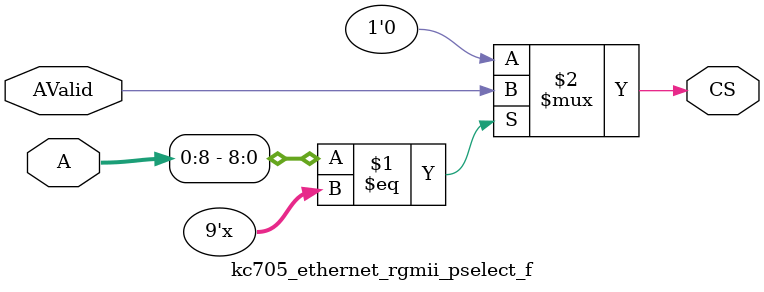
<source format=v>
`timescale 1 ps/1 ps

module kc705_ethernet_rgmii_pselect_f ( A, AValid, CS) ;

parameter C_AB  = 9;
parameter C_AW  = 32;
parameter [0:C_AW - 1] C_BAR =  'bz;
parameter C_FAMILY  = "nofamily";
input[0:C_AW-1] A; 
input AValid; 
output CS; 
wire CS;
parameter [0:C_AB-1]BAR = C_BAR[0:C_AB-1];

//----------------------------------------------------------------------------
// Build a behavioral decoder
//----------------------------------------------------------------------------
generate
if (C_AB > 0) begin : XST_WA
assign CS = (A[0:C_AB - 1] == BAR[0:C_AB - 1]) ? AValid : 1'b0 ;
end
endgenerate

generate
if (C_AB == 0) begin : PASS_ON_GEN
assign CS = AValid ;
end
endgenerate
endmodule

</source>
